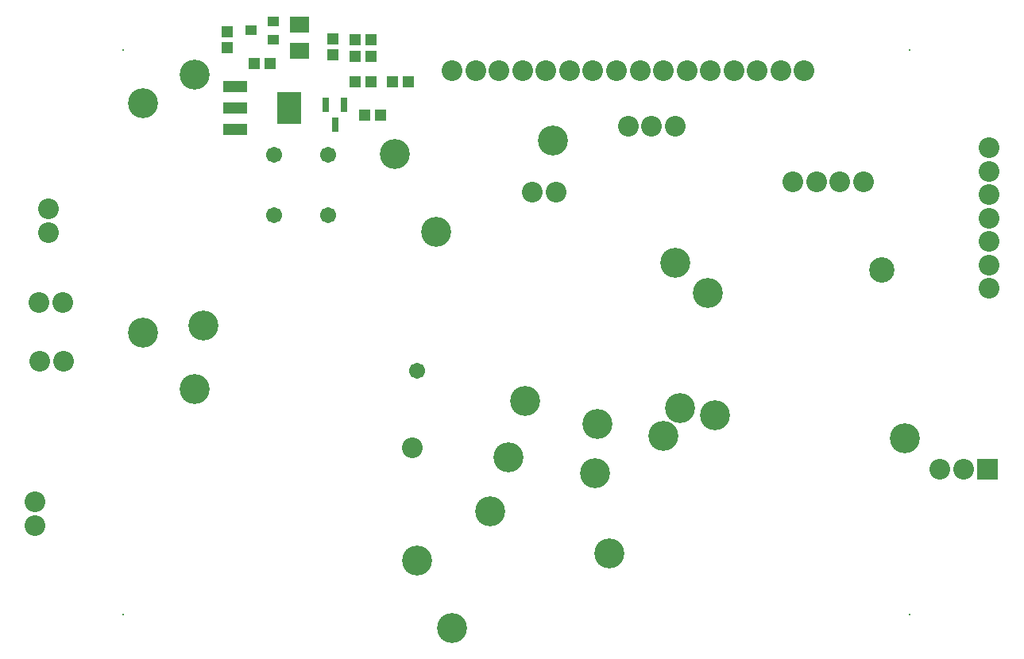
<source format=gts>
%FSLAX25Y25*%
%MOIN*%
G70*
G01*
G75*
G04 Layer_Color=8388736*
%ADD10R,0.09449X0.03937*%
%ADD11R,0.09449X0.12992*%
%ADD12R,0.04331X0.03937*%
%ADD13R,0.03937X0.04331*%
%ADD14R,0.02362X0.05118*%
%ADD15R,0.03740X0.03543*%
%ADD16R,0.03740X0.03543*%
%ADD17R,0.07087X0.06299*%
%ADD18C,0.01969*%
%ADD19C,0.01181*%
%ADD20C,0.11811*%
%ADD21C,0.07874*%
%ADD22R,0.07874X0.07874*%
%ADD23C,0.09843*%
%ADD24C,0.05906*%
%ADD25R,0.19685X0.05118*%
%ADD26R,0.06299X0.07087*%
%ADD27R,0.09449X0.10236*%
%ADD28R,0.10236X0.09449*%
%ADD29R,0.05118X0.02362*%
%ADD30O,0.08661X0.02362*%
%ADD31O,0.07087X0.01181*%
%ADD32O,0.01181X0.07087*%
%ADD33R,0.03937X0.09449*%
%ADD34R,0.12992X0.09449*%
%ADD35O,0.02362X0.08661*%
%ADD36R,0.06299X0.04921*%
%ADD37R,0.09449X0.12992*%
%ADD38R,0.04921X0.06299*%
%ADD39R,0.09449X0.07087*%
%ADD40C,0.03937*%
%ADD41C,0.07874*%
%ADD42C,0.00984*%
%ADD43C,0.00787*%
%ADD44C,0.01000*%
%ADD45R,0.10249X0.04737*%
%ADD46R,0.10249X0.13792*%
%ADD47R,0.05131X0.04737*%
%ADD48R,0.04737X0.05131*%
%ADD49R,0.03162X0.05918*%
%ADD50R,0.04540X0.04343*%
%ADD51R,0.04540X0.04343*%
%ADD52R,0.07887X0.07099*%
%ADD53C,0.12611*%
%ADD54C,0.00800*%
%ADD55C,0.08674*%
%ADD56R,0.08674X0.08674*%
%ADD57C,0.10642*%
%ADD58C,0.06706*%
D45*
X295669Y440158D02*
D03*
Y431102D02*
D03*
Y422047D02*
D03*
D46*
X318504Y431102D02*
D03*
D47*
X346063Y459646D02*
D03*
X352756D02*
D03*
X352756Y441929D02*
D03*
X346063D02*
D03*
X361811D02*
D03*
X368504D02*
D03*
X350000Y428150D02*
D03*
X356693D02*
D03*
X352756Y452756D02*
D03*
X346063D02*
D03*
X310433Y449803D02*
D03*
X303740D02*
D03*
D48*
X336614Y460039D02*
D03*
Y453346D02*
D03*
X292323Y462992D02*
D03*
Y456299D02*
D03*
D49*
X341339Y432283D02*
D03*
X333858D02*
D03*
X337598Y424016D02*
D03*
D50*
X311713Y459842D02*
D03*
X302461Y463583D02*
D03*
D51*
X311713Y467323D02*
D03*
D52*
X322835Y455118D02*
D03*
Y466142D02*
D03*
D53*
X256890Y336614D02*
D03*
Y433071D02*
D03*
X482283Y305118D02*
D03*
X410433Y284449D02*
D03*
X417323Y308071D02*
D03*
X494095Y353346D02*
D03*
X429134Y417323D02*
D03*
X576772Y292323D02*
D03*
X278543Y312992D02*
D03*
X379921Y378937D02*
D03*
X278543Y444882D02*
D03*
X362795Y411811D02*
D03*
X386811Y212598D02*
D03*
X372047Y241142D02*
D03*
X452756Y244094D02*
D03*
X446850Y277559D02*
D03*
X402559Y261811D02*
D03*
X447835Y298228D02*
D03*
X480315Y366142D02*
D03*
X497047Y302165D02*
D03*
X282480Y339567D02*
D03*
X475394Y293307D02*
D03*
D54*
X578642Y218504D02*
D03*
X248721D02*
D03*
Y455512D02*
D03*
X578642D02*
D03*
D55*
X559252Y400000D02*
D03*
X549409D02*
D03*
X539567D02*
D03*
X529724D02*
D03*
X591221Y279528D02*
D03*
X601221D02*
D03*
X460630Y423228D02*
D03*
X470472D02*
D03*
X480315D02*
D03*
X612205Y414370D02*
D03*
Y404528D02*
D03*
Y394685D02*
D03*
Y384842D02*
D03*
Y375000D02*
D03*
Y365158D02*
D03*
Y355315D02*
D03*
X430276Y395669D02*
D03*
X420276D02*
D03*
X211614Y265748D02*
D03*
Y255748D02*
D03*
X217520Y388779D02*
D03*
Y378780D02*
D03*
X223425Y349410D02*
D03*
X213425D02*
D03*
X465551Y446850D02*
D03*
X475394D02*
D03*
X485236D02*
D03*
X495079D02*
D03*
X504921D02*
D03*
X514764D02*
D03*
X524606D02*
D03*
X534449D02*
D03*
X455709D02*
D03*
X445866D02*
D03*
X436024D02*
D03*
X426181D02*
D03*
X416339D02*
D03*
X406496D02*
D03*
X396654D02*
D03*
X386811D02*
D03*
X213583Y324803D02*
D03*
X223583D02*
D03*
X370079Y288386D02*
D03*
D56*
X611221Y279528D02*
D03*
D57*
X566929Y363189D02*
D03*
D58*
X372047Y320866D02*
D03*
X312008Y411221D02*
D03*
X334646D02*
D03*
X312008Y386024D02*
D03*
X334646D02*
D03*
M02*

</source>
